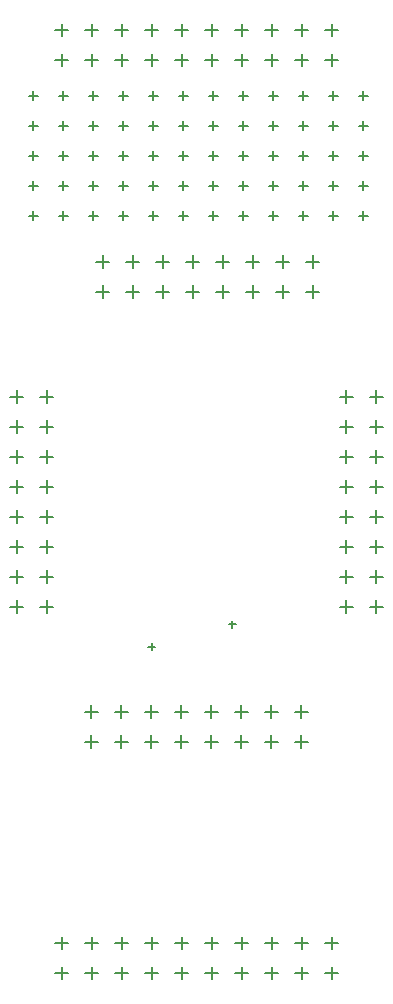
<source format=gbr>
%TF.GenerationSoftware,Altium Limited,Altium Designer,23.4.1 (23)*%
G04 Layer_Color=128*
%FSLAX45Y45*%
%MOMM*%
%TF.SameCoordinates,37F79050-5382-499E-8BED-BD4E09E40BF1*%
%TF.FilePolarity,Positive*%
%TF.FileFunction,Drillmap*%
%TF.Part,Single*%
G01*
G75*
%TA.AperFunction,NonConductor*%
%ADD27C,0.12700*%
D27*
X2742000Y8492000D02*
X2846000D01*
X2794000Y8440000D02*
Y8544000D01*
X2742000Y8238000D02*
X2846000D01*
X2794000Y8186000D02*
Y8290000D01*
X2488000Y8492000D02*
X2592000D01*
X2540000Y8440000D02*
Y8544000D01*
X2488000Y8238000D02*
X2592000D01*
X2540000Y8186000D02*
Y8290000D01*
X2234000Y8492000D02*
X2338000D01*
X2286000Y8440000D02*
Y8544000D01*
X2234000Y8238000D02*
X2338000D01*
X2286000Y8186000D02*
Y8290000D01*
X1980000Y8492000D02*
X2084000D01*
X2032000Y8440000D02*
Y8544000D01*
X1980000Y8238000D02*
X2084000D01*
X2032000Y8186000D02*
Y8290000D01*
X1726000Y8492000D02*
X1830000D01*
X1778000Y8440000D02*
Y8544000D01*
X1726000Y8238000D02*
X1830000D01*
X1778000Y8186000D02*
Y8290000D01*
X1472000Y8492000D02*
X1576000D01*
X1524000Y8440000D02*
Y8544000D01*
X1472000Y8238000D02*
X1576000D01*
X1524000Y8186000D02*
Y8290000D01*
X1218000Y8492000D02*
X1322000D01*
X1270000Y8440000D02*
Y8544000D01*
X1218000Y8238000D02*
X1322000D01*
X1270000Y8186000D02*
Y8290000D01*
X964000Y8492000D02*
X1068000D01*
X1016000Y8440000D02*
Y8544000D01*
X964000Y8238000D02*
X1068000D01*
X1016000Y8186000D02*
Y8290000D01*
X710000Y8492000D02*
X814000D01*
X762000Y8440000D02*
Y8544000D01*
X710000Y8238000D02*
X814000D01*
X762000Y8186000D02*
Y8290000D01*
X456000Y8492000D02*
X560000D01*
X508000Y8440000D02*
Y8544000D01*
X456000Y8238000D02*
X560000D01*
X508000Y8186000D02*
Y8290000D01*
X2742000Y762000D02*
X2846000D01*
X2794000Y710000D02*
Y814000D01*
X2742000Y508000D02*
X2846000D01*
X2794000Y456000D02*
Y560000D01*
X2488000Y762000D02*
X2592000D01*
X2540000Y710000D02*
Y814000D01*
X2488000Y508000D02*
X2592000D01*
X2540000Y456000D02*
Y560000D01*
X2234000Y762000D02*
X2338000D01*
X2286000Y710000D02*
Y814000D01*
X2234000Y508000D02*
X2338000D01*
X2286000Y456000D02*
Y560000D01*
X1980000Y762000D02*
X2084000D01*
X2032000Y710000D02*
Y814000D01*
X1980000Y508000D02*
X2084000D01*
X2032000Y456000D02*
Y560000D01*
X1726000Y762000D02*
X1830000D01*
X1778000Y710000D02*
Y814000D01*
X1726000Y508000D02*
X1830000D01*
X1778000Y456000D02*
Y560000D01*
X1472000Y762000D02*
X1576000D01*
X1524000Y710000D02*
Y814000D01*
X1472000Y508000D02*
X1576000D01*
X1524000Y456000D02*
Y560000D01*
X1218000Y762000D02*
X1322000D01*
X1270000Y710000D02*
Y814000D01*
X1218000Y508000D02*
X1322000D01*
X1270000Y456000D02*
Y560000D01*
X964000Y762000D02*
X1068000D01*
X1016000Y710000D02*
Y814000D01*
X964000Y508000D02*
X1068000D01*
X1016000Y456000D02*
Y560000D01*
X710000Y762000D02*
X814000D01*
X762000Y710000D02*
Y814000D01*
X710000Y508000D02*
X814000D01*
X762000Y456000D02*
Y560000D01*
X456000Y762000D02*
X560000D01*
X508000Y710000D02*
Y814000D01*
X456000Y508000D02*
X560000D01*
X508000Y456000D02*
Y560000D01*
X3118000Y3611000D02*
X3228000D01*
X3173000Y3556000D02*
Y3666000D01*
X2864000Y3611000D02*
X2974000D01*
X2919000Y3556000D02*
Y3666000D01*
X3118000Y3865000D02*
X3228000D01*
X3173000Y3810000D02*
Y3920000D01*
X2864000Y3865000D02*
X2974000D01*
X2919000Y3810000D02*
Y3920000D01*
X3118000Y4119000D02*
X3228000D01*
X3173000Y4064000D02*
Y4174000D01*
X2864000Y4119000D02*
X2974000D01*
X2919000Y4064000D02*
Y4174000D01*
X3118000Y4373000D02*
X3228000D01*
X3173000Y4318000D02*
Y4428000D01*
X2864000Y4373000D02*
X2974000D01*
X2919000Y4318000D02*
Y4428000D01*
X3118000Y4627000D02*
X3228000D01*
X3173000Y4572000D02*
Y4682000D01*
X2864000Y4627000D02*
X2974000D01*
X2919000Y4572000D02*
Y4682000D01*
X3118000Y4881000D02*
X3228000D01*
X3173000Y4826000D02*
Y4936000D01*
X2864000Y4881000D02*
X2974000D01*
X2919000Y4826000D02*
Y4936000D01*
X3118000Y5135000D02*
X3228000D01*
X3173000Y5080000D02*
Y5190000D01*
X2864000Y5135000D02*
X2974000D01*
X2919000Y5080000D02*
Y5190000D01*
X3118000Y5389000D02*
X3228000D01*
X3173000Y5334000D02*
Y5444000D01*
X2864000Y5389000D02*
X2974000D01*
X2919000Y5334000D02*
Y5444000D01*
X2517775Y6921500D02*
X2593975D01*
X2555875Y6883400D02*
Y6959600D01*
X2263775Y6921500D02*
X2339975D01*
X2301875Y6883400D02*
Y6959600D01*
X2771775Y6921500D02*
X2847975D01*
X2809875Y6883400D02*
Y6959600D01*
X3025775Y6921500D02*
X3101975D01*
X3063875Y6883400D02*
Y6959600D01*
X1501775Y6921500D02*
X1577975D01*
X1539875Y6883400D02*
Y6959600D01*
X1755775Y6921500D02*
X1831975D01*
X1793875Y6883400D02*
Y6959600D01*
X2009775Y6921500D02*
X2085975D01*
X2047875Y6883400D02*
Y6959600D01*
X1247775Y6921500D02*
X1323975D01*
X1285875Y6883400D02*
Y6959600D01*
X739775Y6921500D02*
X815975D01*
X777875Y6883400D02*
Y6959600D01*
X485775Y6921500D02*
X561975D01*
X523875Y6883400D02*
Y6959600D01*
X993775Y6921500D02*
X1069975D01*
X1031875Y6883400D02*
Y6959600D01*
X231775Y6921500D02*
X307975D01*
X269875Y6883400D02*
Y6959600D01*
X72000Y5389000D02*
X182000D01*
X127000Y5334000D02*
Y5444000D01*
X326000Y5389000D02*
X436000D01*
X381000Y5334000D02*
Y5444000D01*
X72000Y5135000D02*
X182000D01*
X127000Y5080000D02*
Y5190000D01*
X326000Y5135000D02*
X436000D01*
X381000Y5080000D02*
Y5190000D01*
X72000Y4881000D02*
X182000D01*
X127000Y4826000D02*
Y4936000D01*
X326000Y4881000D02*
X436000D01*
X381000Y4826000D02*
Y4936000D01*
X72000Y4627000D02*
X182000D01*
X127000Y4572000D02*
Y4682000D01*
X326000Y4627000D02*
X436000D01*
X381000Y4572000D02*
Y4682000D01*
X72000Y4373000D02*
X182000D01*
X127000Y4318000D02*
Y4428000D01*
X326000Y4373000D02*
X436000D01*
X381000Y4318000D02*
Y4428000D01*
X72000Y4119000D02*
X182000D01*
X127000Y4064000D02*
Y4174000D01*
X326000Y4119000D02*
X436000D01*
X381000Y4064000D02*
Y4174000D01*
X72000Y3865000D02*
X182000D01*
X127000Y3810000D02*
Y3920000D01*
X326000Y3865000D02*
X436000D01*
X381000Y3810000D02*
Y3920000D01*
X72000Y3611000D02*
X182000D01*
X127000Y3556000D02*
Y3666000D01*
X326000Y3611000D02*
X436000D01*
X381000Y3556000D02*
Y3666000D01*
X2517775Y7175500D02*
X2593975D01*
X2555875Y7137400D02*
Y7213600D01*
X2263775Y7175500D02*
X2339975D01*
X2301875Y7137400D02*
Y7213600D01*
X2771775Y7175500D02*
X2847975D01*
X2809875Y7137400D02*
Y7213600D01*
X3025775Y7175500D02*
X3101975D01*
X3063875Y7137400D02*
Y7213600D01*
X1501775Y7175500D02*
X1577975D01*
X1539875Y7137400D02*
Y7213600D01*
X1755775Y7175500D02*
X1831975D01*
X1793875Y7137400D02*
Y7213600D01*
X2009775Y7175500D02*
X2085975D01*
X2047875Y7137400D02*
Y7213600D01*
X1247775Y7175500D02*
X1323975D01*
X1285875Y7137400D02*
Y7213600D01*
X739775Y7175500D02*
X815975D01*
X777875Y7137400D02*
Y7213600D01*
X485775Y7175500D02*
X561975D01*
X523875Y7137400D02*
Y7213600D01*
X993775Y7175500D02*
X1069975D01*
X1031875Y7137400D02*
Y7213600D01*
X231775Y7175500D02*
X307975D01*
X269875Y7137400D02*
Y7213600D01*
X706000Y2468000D02*
X816000D01*
X761000Y2413000D02*
Y2523000D01*
X706000Y2722000D02*
X816000D01*
X761000Y2667000D02*
Y2777000D01*
X960000Y2468000D02*
X1070000D01*
X1015000Y2413000D02*
Y2523000D01*
X960000Y2722000D02*
X1070000D01*
X1015000Y2667000D02*
Y2777000D01*
X1214000Y2468000D02*
X1324000D01*
X1269000Y2413000D02*
Y2523000D01*
X1214000Y2722000D02*
X1324000D01*
X1269000Y2667000D02*
Y2777000D01*
X1468000Y2468000D02*
X1578000D01*
X1523000Y2413000D02*
Y2523000D01*
X1468000Y2722000D02*
X1578000D01*
X1523000Y2667000D02*
Y2777000D01*
X1722000Y2468000D02*
X1832000D01*
X1777000Y2413000D02*
Y2523000D01*
X1722000Y2722000D02*
X1832000D01*
X1777000Y2667000D02*
Y2777000D01*
X1976000Y2468000D02*
X2086000D01*
X2031000Y2413000D02*
Y2523000D01*
X1976000Y2722000D02*
X2086000D01*
X2031000Y2667000D02*
Y2777000D01*
X2230000Y2468000D02*
X2340000D01*
X2285000Y2413000D02*
Y2523000D01*
X2230000Y2722000D02*
X2340000D01*
X2285000Y2667000D02*
Y2777000D01*
X2484000Y2468000D02*
X2594000D01*
X2539000Y2413000D02*
Y2523000D01*
X2484000Y2722000D02*
X2594000D01*
X2539000Y2667000D02*
Y2777000D01*
X2580250Y6532000D02*
X2690250D01*
X2635250Y6477000D02*
Y6587000D01*
X2580250Y6278000D02*
X2690250D01*
X2635250Y6223000D02*
Y6333000D01*
X2326250Y6532000D02*
X2436250D01*
X2381250Y6477000D02*
Y6587000D01*
X2326250Y6278000D02*
X2436250D01*
X2381250Y6223000D02*
Y6333000D01*
X2072250Y6532000D02*
X2182250D01*
X2127250Y6477000D02*
Y6587000D01*
X2072250Y6278000D02*
X2182250D01*
X2127250Y6223000D02*
Y6333000D01*
X1818250Y6532000D02*
X1928250D01*
X1873250Y6477000D02*
Y6587000D01*
X1818250Y6278000D02*
X1928250D01*
X1873250Y6223000D02*
Y6333000D01*
X1564250Y6532000D02*
X1674250D01*
X1619250Y6477000D02*
Y6587000D01*
X1564250Y6278000D02*
X1674250D01*
X1619250Y6223000D02*
Y6333000D01*
X1310250Y6532000D02*
X1420250D01*
X1365250Y6477000D02*
Y6587000D01*
X1310250Y6278000D02*
X1420250D01*
X1365250Y6223000D02*
Y6333000D01*
X1056250Y6532000D02*
X1166250D01*
X1111250Y6477000D02*
Y6587000D01*
X1056250Y6278000D02*
X1166250D01*
X1111250Y6223000D02*
Y6333000D01*
X802250Y6532000D02*
X912250D01*
X857250Y6477000D02*
Y6587000D01*
X802250Y6278000D02*
X912250D01*
X857250Y6223000D02*
Y6333000D01*
X231775Y7429500D02*
X307975D01*
X269875Y7391400D02*
Y7467600D01*
X993775Y7429500D02*
X1069975D01*
X1031875Y7391400D02*
Y7467600D01*
X485775Y7429500D02*
X561975D01*
X523875Y7391400D02*
Y7467600D01*
X739775Y7429500D02*
X815975D01*
X777875Y7391400D02*
Y7467600D01*
X1247775Y7429500D02*
X1323975D01*
X1285875Y7391400D02*
Y7467600D01*
X2009775Y7429500D02*
X2085975D01*
X2047875Y7391400D02*
Y7467600D01*
X1755775Y7429500D02*
X1831975D01*
X1793875Y7391400D02*
Y7467600D01*
X1501775Y7429500D02*
X1577975D01*
X1539875Y7391400D02*
Y7467600D01*
X3025775Y7429500D02*
X3101975D01*
X3063875Y7391400D02*
Y7467600D01*
X2771775Y7429500D02*
X2847975D01*
X2809875Y7391400D02*
Y7467600D01*
X2263775Y7429500D02*
X2339975D01*
X2301875Y7391400D02*
Y7467600D01*
X2517775Y7429500D02*
X2593975D01*
X2555875Y7391400D02*
Y7467600D01*
X2263775Y7937500D02*
X2339975D01*
X2301875Y7899400D02*
Y7975600D01*
X2263775Y7683500D02*
X2339975D01*
X2301875Y7645400D02*
Y7721600D01*
X2517775Y7683500D02*
X2593975D01*
X2555875Y7645400D02*
Y7721600D01*
X2517775Y7937500D02*
X2593975D01*
X2555875Y7899400D02*
Y7975600D01*
X3025775Y7937500D02*
X3101975D01*
X3063875Y7899400D02*
Y7975600D01*
X3025775Y7683500D02*
X3101975D01*
X3063875Y7645400D02*
Y7721600D01*
X2771775Y7683500D02*
X2847975D01*
X2809875Y7645400D02*
Y7721600D01*
X2771775Y7937500D02*
X2847975D01*
X2809875Y7899400D02*
Y7975600D01*
X1247775Y7937500D02*
X1323975D01*
X1285875Y7899400D02*
Y7975600D01*
X1247775Y7683500D02*
X1323975D01*
X1285875Y7645400D02*
Y7721600D01*
X1501775Y7683500D02*
X1577975D01*
X1539875Y7645400D02*
Y7721600D01*
X1501775Y7937500D02*
X1577975D01*
X1539875Y7899400D02*
Y7975600D01*
X2009775Y7937500D02*
X2085975D01*
X2047875Y7899400D02*
Y7975600D01*
X2009775Y7683500D02*
X2085975D01*
X2047875Y7645400D02*
Y7721600D01*
X1755775Y7683500D02*
X1831975D01*
X1793875Y7645400D02*
Y7721600D01*
X1755775Y7937500D02*
X1831975D01*
X1793875Y7899400D02*
Y7975600D01*
X739775Y7937500D02*
X815975D01*
X777875Y7899400D02*
Y7975600D01*
X739775Y7683500D02*
X815975D01*
X777875Y7645400D02*
Y7721600D01*
X993775Y7683500D02*
X1069975D01*
X1031875Y7645400D02*
Y7721600D01*
X993775Y7937500D02*
X1069975D01*
X1031875Y7899400D02*
Y7975600D01*
X485775Y7937500D02*
X561975D01*
X523875Y7899400D02*
Y7975600D01*
X485775Y7683500D02*
X561975D01*
X523875Y7645400D02*
Y7721600D01*
X231775Y7683500D02*
X307975D01*
X269875Y7645400D02*
Y7721600D01*
X231775Y7937500D02*
X307975D01*
X269875Y7899400D02*
Y7975600D01*
X1240000Y3270250D02*
X1300000D01*
X1270000Y3240250D02*
Y3300250D01*
X1922625Y3460750D02*
X1982625D01*
X1952625Y3430750D02*
Y3490750D01*
%TF.MD5,ed2329ce3daf216e51b4e365a1512ae4*%
M02*

</source>
